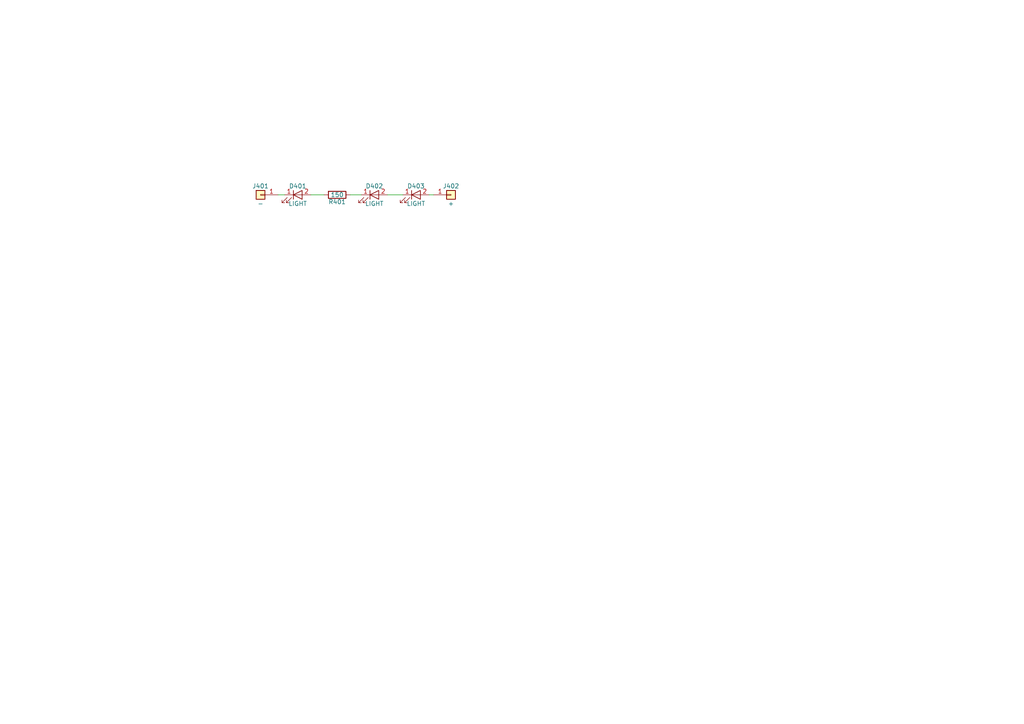
<source format=kicad_sch>
(kicad_sch (version 20211123) (generator eeschema)
  (paper "A4")
  (title_block (title "Eight Ball Club Lighting") (rev "Rev A.") (company "The Country Robot") (comment 1 "Bar Light"))
  (lib_symbols
    (symbol "BarOverhead-rescue:Conn_01x01" (pin_names (offset 1.016) hide)
      (property "Reference" "J" (at 0 2.54 0))
      (property "Value" "Conn_01x01" (at 0 -2.54 0))
      (symbol "Conn_01x01_1_1"
        (rectangle (start -1.27 0.127) (end 0 -0.127) (stroke (width 0.1524)))
        (rectangle (start -1.27 1.27) (end 1.27 -1.27) (stroke (width 0.254)) (fill (type background)))
        (pin passive line (at -5.08 0 0) (length 3.81) (name "Pin_1") (number "1"))
      )
    )
    (symbol "BarOverhead-rescue:LED" (pin_names (offset 1.016) hide)
      (property "Reference" "D" (at 0 2.54 0))
      (property "Value" "LED" (at 0 -2.54 0))
      (symbol "LED_0_1"
        (polyline (pts (xy -1.27 -1.27) (xy -1.27 1.27)) (stroke (width 0.2032)))
        (polyline (pts (xy -1.27 0) (xy 1.27 0)))
        (polyline (pts (xy 1.27 -1.27) (xy 1.27 1.27) (xy -1.27 0) (xy 1.27 -1.27)) (stroke (width 0.2032)))
        (polyline (pts (xy -3.048 -0.762) (xy -4.572 -2.286) (xy -3.81 -2.286) (xy -4.572 -2.286) (xy -4.572 -1.524)))
        (polyline (pts (xy -1.778 -0.762) (xy -3.302 -2.286) (xy -2.54 -2.286) (xy -3.302 -2.286) (xy -3.302 -1.524)))
      )
      (symbol "LED_1_1"
        (pin passive line (at -3.81 0 0) (length 2.54) (name "K") (number "1"))
        (pin passive line (at 3.81 0 180) (length 2.54) (name "A") (number "2"))
      )
    )
    (symbol "BarOverhead-rescue:R" (pin_numbers hide) (pin_names (offset 0))
      (property "Reference" "R" (at 2.032 0 90))
      (property "Value" "R" (at 0 0 90))
      (symbol "R_0_1"
        (rectangle (start -1.016 -2.54) (end 1.016 2.54) (stroke (width 0.254)))
      )
      (symbol "R_1_1"
        (pin passive line (at 0 3.81 270) (length 1.27) (name "~") (number "1"))
        (pin passive line (at 0 -3.81 90) (length 1.27) (name "~") (number "2"))
      )
    )
  )
  (wire (pts (xy 112.395 56.515) (xy 116.84 56.515)))
  (wire (pts (xy 80.645 56.515) (xy 82.55 56.515)))
  (wire (pts (xy 101.6 56.515) (xy 104.775 56.515)))
  (wire (pts (xy 90.17 56.515) (xy 93.98 56.515)))
  (wire (pts (xy 124.46 56.515) (xy 125.73 56.515)))
  (symbol (lib_id "BarOverhead-rescue:R") (at 97.79 56.515 270) (unit 1)
    (property "Reference" "R401" (at 97.79 58.547 90))
    (property "Value" "150" (at 97.79 56.515 90))
    (property "Footprint" "Resistor_SMD:R_0603_1608Metric" (effects hide))
    (property "Mouser Part Number" "603-RT0603FRE13150RL" (effects hide))
  )
  (symbol (lib_id "BarOverhead-rescue:LED") (at 86.36 56.515 0) (unit 1)
    (property "Reference" "D401" (at 86.36 53.975 0))
    (property "Value" "LIGHT" (at 86.36 59.055 0))
    (property "Footprint" "LED_SMD:LED_PLCC-2" (effects hide))
    (property "Mouser Part Number" "941-CLM3CWKWCWBYA153" (effects hide))
  )
  (symbol (lib_id "BarOverhead-rescue:LED") (at 108.585 56.515 0) (unit 1)
    (property "Reference" "D402" (at 108.585 53.975 0))
    (property "Value" "LIGHT" (at 108.585 59.055 0))
    (property "Footprint" "LED_SMD:LED_PLCC-2" (effects hide))
    (property "Mouser Part Number" "941-CLM3CWKWCWBYA153" (effects hide))
  )
  (symbol (lib_id "BarOverhead-rescue:LED") (at 120.65 56.515 0) (unit 1)
    (property "Reference" "D403" (at 120.65 53.975 0))
    (property "Value" "LIGHT" (at 120.65 59.055 0))
    (property "Footprint" "LED_SMD:LED_PLCC-2" (effects hide))
    (property "Mouser Part Number" "941-CLM3CWKWCWBYA153" (effects hide))
  )
  (symbol (lib_id "BarOverhead-rescue:Conn_01x01") (at 130.81 56.515 0) (unit 1)
    (property "Reference" "J402" (at 130.81 53.975 0))
    (property "Value" "+" (at 130.81 59.055 0))
    (property "Footprint" "TestPoint:TestPoint_THTPad_D3.0mm_Drill1.5mm" (effects hide))
  )
  (symbol (lib_id "BarOverhead-rescue:Conn_01x01") (at 75.565 56.515 0) (mirror y) (unit 1)
    (property "Reference" "J401" (at 75.565 53.975 0))
    (property "Value" "-" (at 75.565 59.055 0))
    (property "Footprint" "TestPoint:TestPoint_THTPad_D3.0mm_Drill1.5mm" (effects hide))
  )
)
</source>
